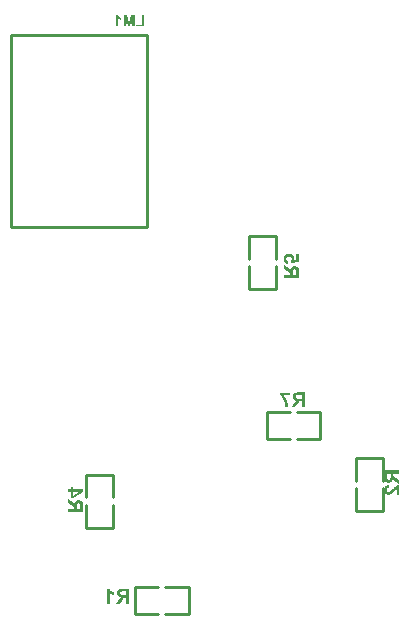
<source format=gbo>
%FSLAX44Y44*%
%MOMM*%
G71*
G01*
G75*
G04 Layer_Color=32896*
%ADD10R,1.7780X1.1430*%
%ADD11R,1.1430X1.7780*%
%ADD12R,1.0700X2.1600*%
%ADD13C,1.2700*%
%ADD14C,0.6350*%
%ADD15C,0.5080*%
%ADD16C,1.5240*%
%ADD17C,2.5000*%
%ADD18C,1.8000*%
%ADD19C,2.4000*%
%ADD20O,2.0000X1.8000*%
%ADD21C,2.0000*%
%ADD22R,1.7000X2.0000*%
%ADD23O,1.7000X2.0000*%
%ADD24R,2.0000X1.8000*%
%ADD25C,3.0000*%
%ADD26R,1.8000X1.8000*%
%ADD27O,2.5000X3.0000*%
%ADD28C,6.0000*%
%ADD29C,0.1500*%
%ADD30C,0.2540*%
%ADD31C,0.2000*%
%ADD32R,1.9812X1.3462*%
%ADD33R,1.3462X1.9812*%
%ADD34R,1.2732X2.3632*%
%ADD35C,1.7272*%
%ADD36C,2.7032*%
%ADD37C,2.0032*%
%ADD38C,2.6032*%
%ADD39O,2.2032X2.0032*%
%ADD40C,2.2032*%
%ADD41R,1.9032X2.2032*%
%ADD42O,1.9032X2.2032*%
%ADD43R,2.2032X2.0032*%
%ADD44C,3.2032*%
%ADD45R,2.0032X2.0032*%
%ADD46O,2.7032X3.2032*%
%ADD47C,6.2032*%
G36*
X64727Y139450D02*
X65000Y139274D01*
X65234Y139118D01*
X65468Y138982D01*
X65683Y138825D01*
X66034Y138591D01*
X66326Y138377D01*
X66541Y138201D01*
X66678Y138084D01*
X66775Y138006D01*
X66795Y137987D01*
X67009Y137772D01*
X67204Y137538D01*
X67399Y137304D01*
X67555Y137089D01*
X67692Y136894D01*
X67790Y136738D01*
X67848Y136641D01*
X67868Y136621D01*
Y136602D01*
X67926Y136914D01*
X67985Y137187D01*
X68063Y137460D01*
X68160Y137694D01*
X68258Y137928D01*
X68355Y138143D01*
X68453Y138318D01*
X68550Y138494D01*
X68648Y138630D01*
X68745Y138767D01*
X68843Y138864D01*
X68902Y138962D01*
X68980Y139021D01*
X69019Y139079D01*
X69038Y139118D01*
X69057D01*
X69233Y139274D01*
X69428Y139411D01*
X69818Y139606D01*
X70228Y139762D01*
X70599Y139879D01*
X70930Y139937D01*
X71067Y139957D01*
X71203D01*
X71301Y139976D01*
X71437D01*
X71847Y139957D01*
X72237Y139898D01*
X72569Y139801D01*
X72861Y139703D01*
X73115Y139586D01*
X73291Y139508D01*
X73408Y139430D01*
X73447Y139411D01*
X73759Y139177D01*
X74012Y138942D01*
X74227Y138689D01*
X74402Y138455D01*
X74539Y138240D01*
X74637Y138065D01*
X74676Y137948D01*
X74695Y137928D01*
Y137909D01*
X74754Y137733D01*
X74812Y137518D01*
X74890Y137050D01*
X74968Y136563D01*
X75007Y136075D01*
X75027Y135860D01*
Y135646D01*
Y135451D01*
X75046Y135275D01*
Y135139D01*
Y135041D01*
Y134963D01*
Y134944D01*
Y129540D01*
X62230D01*
Y132135D01*
X67575D01*
Y132642D01*
Y132954D01*
X67555Y133227D01*
X67536Y133441D01*
X67497Y133617D01*
X67477Y133754D01*
X67438Y133851D01*
X67419Y133910D01*
Y133929D01*
X67360Y134085D01*
X67282Y134222D01*
X67107Y134475D01*
X67029Y134573D01*
X66951Y134651D01*
X66912Y134690D01*
X66892Y134709D01*
X66814Y134787D01*
X66697Y134866D01*
X66424Y135080D01*
X66131Y135314D01*
X65800Y135529D01*
X65488Y135743D01*
X65371Y135841D01*
X65234Y135919D01*
X65137Y135977D01*
X65058Y136036D01*
X65019Y136055D01*
X65000Y136075D01*
X62230Y137909D01*
Y141010D01*
X64727Y139450D01*
D02*
G37*
G36*
X342900Y144442D02*
X340618D01*
Y149338D01*
X340364Y149182D01*
X340169Y149007D01*
X340071Y148948D01*
X340013Y148890D01*
X339974Y148850D01*
X339954Y148831D01*
X339876Y148753D01*
X339798Y148675D01*
X339584Y148460D01*
X339350Y148226D01*
X339116Y147973D01*
X338881Y147739D01*
X338706Y147543D01*
X338628Y147485D01*
X338569Y147427D01*
X338550Y147388D01*
X338530Y147368D01*
X338160Y146958D01*
X337828Y146627D01*
X337536Y146334D01*
X337301Y146119D01*
X337126Y145944D01*
X336989Y145827D01*
X336911Y145768D01*
X336892Y145749D01*
X336580Y145515D01*
X336287Y145300D01*
X336014Y145125D01*
X335760Y144988D01*
X335565Y144890D01*
X335409Y144812D01*
X335312Y144774D01*
X335273Y144754D01*
X334980Y144656D01*
X334668Y144578D01*
X334395Y144520D01*
X334141Y144481D01*
X333927Y144461D01*
X333751Y144442D01*
X333615D01*
X333341Y144461D01*
X333068Y144481D01*
X332581Y144617D01*
X332151Y144793D01*
X331781Y144988D01*
X331488Y145183D01*
X331352Y145281D01*
X331254Y145359D01*
X331176Y145437D01*
X331118Y145495D01*
X331098Y145515D01*
X331079Y145534D01*
X330903Y145749D01*
X330728Y145963D01*
X330591Y146217D01*
X330474Y146451D01*
X330298Y146958D01*
X330181Y147427D01*
X330123Y147661D01*
X330103Y147856D01*
X330084Y148051D01*
X330064Y148207D01*
X330045Y148343D01*
Y148441D01*
Y148499D01*
Y148519D01*
Y148831D01*
X330084Y149143D01*
X330181Y149689D01*
X330337Y150177D01*
X330415Y150392D01*
X330493Y150587D01*
X330571Y150782D01*
X330649Y150938D01*
X330728Y151074D01*
X330806Y151172D01*
X330864Y151269D01*
X330903Y151328D01*
X330923Y151367D01*
X330942Y151386D01*
X331118Y151581D01*
X331313Y151777D01*
X331527Y151933D01*
X331761Y152089D01*
X332249Y152323D01*
X332717Y152498D01*
X332951Y152576D01*
X333166Y152615D01*
X333341Y152674D01*
X333517Y152693D01*
X333654Y152732D01*
X333751D01*
X333829Y152752D01*
X333849D01*
X334083Y150314D01*
X333712Y150274D01*
X333381Y150216D01*
X333127Y150119D01*
X332912Y150040D01*
X332737Y149943D01*
X332639Y149884D01*
X332561Y149826D01*
X332542Y149806D01*
X332386Y149611D01*
X332269Y149416D01*
X332191Y149202D01*
X332132Y149007D01*
X332093Y148850D01*
X332074Y148694D01*
Y148616D01*
Y148577D01*
X332093Y148304D01*
X332151Y148051D01*
X332210Y147836D01*
X332288Y147661D01*
X332386Y147524D01*
X332444Y147427D01*
X332503Y147368D01*
X332522Y147348D01*
X332698Y147192D01*
X332912Y147095D01*
X333127Y147017D01*
X333322Y146958D01*
X333498Y146919D01*
X333654Y146900D01*
X333790D01*
X334063Y146919D01*
X334336Y146978D01*
X334590Y147056D01*
X334824Y147153D01*
X335019Y147251D01*
X335156Y147329D01*
X335253Y147388D01*
X335292Y147407D01*
X335409Y147485D01*
X335546Y147602D01*
X335682Y147739D01*
X335838Y147895D01*
X336189Y148226D01*
X336541Y148577D01*
X336853Y148909D01*
X337009Y149065D01*
X337126Y149182D01*
X337223Y149299D01*
X337321Y149377D01*
X337360Y149436D01*
X337379Y149455D01*
X337731Y149826D01*
X338062Y150177D01*
X338374Y150470D01*
X338667Y150762D01*
X338940Y151016D01*
X339194Y151230D01*
X339428Y151445D01*
X339642Y151621D01*
X339818Y151757D01*
X339993Y151894D01*
X340130Y151991D01*
X340247Y152089D01*
X340345Y152147D01*
X340403Y152186D01*
X340442Y152225D01*
X340462D01*
X340891Y152459D01*
X341320Y152635D01*
X341730Y152791D01*
X342120Y152888D01*
X342432Y152966D01*
X342568Y152986D01*
X342685Y153006D01*
X342763Y153025D01*
X342841Y153045D01*
X342900D01*
Y144442D01*
D02*
G37*
G36*
Y162505D02*
X337555D01*
Y161998D01*
Y161686D01*
X337575Y161413D01*
X337594Y161199D01*
X337633Y161023D01*
X337653Y160886D01*
X337692Y160789D01*
X337711Y160730D01*
Y160711D01*
X337770Y160555D01*
X337848Y160418D01*
X338023Y160165D01*
X338101Y160067D01*
X338179Y159989D01*
X338218Y159950D01*
X338238Y159931D01*
X338316Y159853D01*
X338433Y159775D01*
X338706Y159560D01*
X338999Y159326D01*
X339330Y159111D01*
X339642Y158897D01*
X339759Y158799D01*
X339896Y158721D01*
X339993Y158663D01*
X340071Y158604D01*
X340111Y158585D01*
X340130Y158565D01*
X342900Y156731D01*
Y153630D01*
X340403Y155190D01*
X340130Y155366D01*
X339896Y155522D01*
X339662Y155659D01*
X339447Y155815D01*
X339096Y156049D01*
X338803Y156263D01*
X338589Y156439D01*
X338452Y156556D01*
X338355Y156634D01*
X338335Y156653D01*
X338121Y156868D01*
X337926Y157102D01*
X337731Y157336D01*
X337575Y157551D01*
X337438Y157746D01*
X337340Y157902D01*
X337282Y157999D01*
X337262Y158019D01*
Y158038D01*
X337204Y157726D01*
X337145Y157453D01*
X337067Y157180D01*
X336970Y156946D01*
X336872Y156712D01*
X336775Y156497D01*
X336677Y156322D01*
X336580Y156146D01*
X336482Y156010D01*
X336385Y155873D01*
X336287Y155776D01*
X336228Y155678D01*
X336151Y155619D01*
X336111Y155561D01*
X336092Y155522D01*
X336073D01*
X335897Y155366D01*
X335702Y155229D01*
X335312Y155034D01*
X334902Y154878D01*
X334531Y154761D01*
X334200Y154703D01*
X334063Y154683D01*
X333927D01*
X333829Y154664D01*
X333693D01*
X333283Y154683D01*
X332893Y154742D01*
X332561Y154839D01*
X332269Y154937D01*
X332015Y155054D01*
X331839Y155132D01*
X331722Y155210D01*
X331683Y155229D01*
X331371Y155463D01*
X331118Y155697D01*
X330903Y155951D01*
X330728Y156185D01*
X330591Y156400D01*
X330493Y156575D01*
X330454Y156692D01*
X330435Y156712D01*
Y156731D01*
X330376Y156907D01*
X330318Y157122D01*
X330240Y157590D01*
X330162Y158077D01*
X330123Y158565D01*
X330103Y158780D01*
Y158994D01*
Y159189D01*
X330084Y159365D01*
Y159501D01*
Y159599D01*
Y159677D01*
Y159697D01*
Y165100D01*
X342900D01*
Y162505D01*
D02*
G37*
G36*
X66951Y149106D02*
X75085D01*
Y147038D01*
X66931Y141478D01*
X64805D01*
Y146726D01*
X62230D01*
Y149106D01*
X64805D01*
Y150686D01*
X66951D01*
Y149106D01*
D02*
G37*
G36*
X114300Y52070D02*
X111706D01*
Y57415D01*
X110886D01*
X110613Y57396D01*
X110399Y57376D01*
X110223Y57337D01*
X110086Y57317D01*
X109989Y57278D01*
X109930Y57259D01*
X109911D01*
X109755Y57200D01*
X109618Y57122D01*
X109365Y56947D01*
X109267Y56869D01*
X109189Y56791D01*
X109150Y56752D01*
X109131Y56732D01*
X109053Y56654D01*
X108975Y56537D01*
X108760Y56264D01*
X108526Y55971D01*
X108311Y55640D01*
X108097Y55328D01*
X107999Y55211D01*
X107921Y55074D01*
X107863Y54977D01*
X107804Y54899D01*
X107785Y54859D01*
X107765Y54840D01*
X105931Y52070D01*
X102830D01*
X104390Y54567D01*
X104566Y54840D01*
X104722Y55074D01*
X104859Y55308D01*
X105015Y55523D01*
X105249Y55874D01*
X105463Y56167D01*
X105639Y56381D01*
X105756Y56518D01*
X105834Y56615D01*
X105853Y56635D01*
X106068Y56849D01*
X106302Y57044D01*
X106536Y57239D01*
X106751Y57396D01*
X106946Y57532D01*
X107102Y57630D01*
X107199Y57688D01*
X107219Y57708D01*
X107238D01*
X106926Y57766D01*
X106653Y57825D01*
X106380Y57903D01*
X106146Y58000D01*
X105912Y58098D01*
X105697Y58195D01*
X105522Y58293D01*
X105346Y58390D01*
X105210Y58488D01*
X105073Y58585D01*
X104976Y58683D01*
X104878Y58741D01*
X104819Y58819D01*
X104761Y58858D01*
X104722Y58878D01*
Y58898D01*
X104566Y59073D01*
X104429Y59268D01*
X104234Y59658D01*
X104078Y60068D01*
X103961Y60439D01*
X103903Y60770D01*
X103883Y60907D01*
Y61043D01*
X103864Y61141D01*
Y61219D01*
Y61258D01*
Y61277D01*
X103883Y61687D01*
X103942Y62077D01*
X104039Y62409D01*
X104137Y62701D01*
X104254Y62955D01*
X104332Y63131D01*
X104410Y63248D01*
X104429Y63287D01*
X104663Y63599D01*
X104897Y63852D01*
X105151Y64067D01*
X105385Y64243D01*
X105600Y64379D01*
X105775Y64477D01*
X105892Y64516D01*
X105912Y64535D01*
X105931D01*
X106107Y64594D01*
X106322Y64652D01*
X106790Y64730D01*
X107277Y64808D01*
X107765Y64847D01*
X107980Y64867D01*
X108389D01*
X108565Y64886D01*
X114300D01*
Y52070D01*
D02*
G37*
G36*
X97816Y64496D02*
X98050Y64106D01*
X98304Y63755D01*
X98558Y63462D01*
X98811Y63209D01*
X99006Y63033D01*
X99065Y62975D01*
X99123Y62916D01*
X99162Y62896D01*
X99182Y62877D01*
X99592Y62565D01*
X99982Y62331D01*
X100333Y62116D01*
X100645Y61960D01*
X100899Y61824D01*
X101094Y61746D01*
X101172Y61726D01*
X101230Y61707D01*
X101250Y61687D01*
X101269D01*
Y59463D01*
X100606Y59717D01*
X100001Y60009D01*
X99474Y60302D01*
X99221Y60458D01*
X99006Y60614D01*
X98792Y60751D01*
X98616Y60887D01*
X98460Y61004D01*
X98324Y61102D01*
X98226Y61199D01*
X98148Y61258D01*
X98109Y61297D01*
X98090Y61316D01*
Y52070D01*
X95632D01*
Y64925D01*
X97641D01*
X97816Y64496D01*
D02*
G37*
G36*
X104652Y550485D02*
X104830Y550188D01*
X105023Y549921D01*
X105217Y549698D01*
X105410Y549505D01*
X105559Y549371D01*
X105603Y549326D01*
X105648Y549282D01*
X105677Y549267D01*
X105692Y549252D01*
X106004Y549014D01*
X106301Y548836D01*
X106569Y548672D01*
X106807Y548554D01*
X107000Y548450D01*
X107148Y548390D01*
X107208Y548375D01*
X107252Y548360D01*
X107267Y548345D01*
X107282D01*
Y546652D01*
X106777Y546845D01*
X106316Y547068D01*
X105915Y547290D01*
X105722Y547409D01*
X105559Y547528D01*
X105395Y547632D01*
X105261Y547736D01*
X105142Y547825D01*
X105038Y547900D01*
X104964Y547974D01*
X104905Y548019D01*
X104875Y548048D01*
X104860Y548063D01*
Y541020D01*
X102988D01*
Y550812D01*
X104518D01*
X104652Y550485D01*
D02*
G37*
G36*
X250522Y228779D02*
X244963D01*
X245568Y227940D01*
X246114Y227082D01*
X246582Y226243D01*
X246797Y225853D01*
X246972Y225482D01*
X247148Y225131D01*
X247304Y224819D01*
X247421Y224526D01*
X247518Y224292D01*
X247596Y224097D01*
X247674Y223941D01*
X247694Y223863D01*
X247713Y223824D01*
X247889Y223317D01*
X248064Y222810D01*
X248201Y222302D01*
X248318Y221815D01*
X248416Y221366D01*
X248513Y220917D01*
X248591Y220488D01*
X248650Y220098D01*
X248689Y219747D01*
X248728Y219415D01*
X248767Y219142D01*
X248786Y218889D01*
Y218694D01*
X248806Y218557D01*
Y218479D01*
Y218440D01*
X246445D01*
X246426Y219084D01*
X246367Y219747D01*
X246289Y220391D01*
X246231Y220683D01*
X246172Y220976D01*
X246133Y221249D01*
X246075Y221503D01*
X246036Y221717D01*
X245977Y221912D01*
X245958Y222049D01*
X245919Y222166D01*
X245899Y222244D01*
Y222263D01*
X245665Y223063D01*
X245411Y223824D01*
X245275Y224175D01*
X245138Y224507D01*
X245002Y224819D01*
X244865Y225112D01*
X244748Y225385D01*
X244631Y225619D01*
X244534Y225833D01*
X244436Y226009D01*
X244358Y226145D01*
X244300Y226262D01*
X244280Y226321D01*
X244261Y226340D01*
X244066Y226691D01*
X243851Y227023D01*
X243656Y227316D01*
X243480Y227608D01*
X243285Y227862D01*
X243110Y228116D01*
X242954Y228330D01*
X242798Y228525D01*
X242661Y228701D01*
X242525Y228857D01*
X242407Y228993D01*
X242310Y229091D01*
X242232Y229169D01*
X242173Y229247D01*
X242154Y229266D01*
X242134Y229286D01*
Y231061D01*
X250522D01*
Y228779D01*
D02*
G37*
G36*
X262890Y218440D02*
X260296D01*
Y223785D01*
X259476D01*
X259203Y223766D01*
X258989Y223746D01*
X258813Y223707D01*
X258676Y223687D01*
X258579Y223648D01*
X258520Y223629D01*
X258501D01*
X258345Y223570D01*
X258208Y223492D01*
X257955Y223317D01*
X257857Y223239D01*
X257779Y223161D01*
X257740Y223122D01*
X257721Y223102D01*
X257643Y223024D01*
X257565Y222907D01*
X257350Y222634D01*
X257116Y222341D01*
X256901Y222010D01*
X256687Y221698D01*
X256589Y221581D01*
X256511Y221444D01*
X256453Y221347D01*
X256394Y221269D01*
X256375Y221229D01*
X256355Y221210D01*
X254521Y218440D01*
X251420D01*
X252980Y220937D01*
X253156Y221210D01*
X253312Y221444D01*
X253449Y221678D01*
X253605Y221893D01*
X253839Y222244D01*
X254053Y222537D01*
X254229Y222751D01*
X254346Y222888D01*
X254424Y222985D01*
X254443Y223005D01*
X254658Y223219D01*
X254892Y223414D01*
X255126Y223609D01*
X255341Y223766D01*
X255536Y223902D01*
X255692Y224000D01*
X255789Y224058D01*
X255809Y224078D01*
X255828D01*
X255516Y224136D01*
X255243Y224195D01*
X254970Y224273D01*
X254736Y224370D01*
X254502Y224468D01*
X254287Y224565D01*
X254112Y224663D01*
X253936Y224760D01*
X253800Y224858D01*
X253663Y224955D01*
X253566Y225053D01*
X253468Y225112D01*
X253410Y225189D01*
X253351Y225229D01*
X253312Y225248D01*
Y225268D01*
X253156Y225443D01*
X253019Y225638D01*
X252824Y226028D01*
X252668Y226438D01*
X252551Y226809D01*
X252493Y227140D01*
X252473Y227277D01*
Y227413D01*
X252454Y227511D01*
Y227589D01*
Y227628D01*
Y227647D01*
X252473Y228057D01*
X252532Y228447D01*
X252629Y228779D01*
X252727Y229071D01*
X252844Y229325D01*
X252922Y229501D01*
X253000Y229618D01*
X253019Y229657D01*
X253253Y229969D01*
X253487Y230222D01*
X253741Y230437D01*
X253975Y230613D01*
X254190Y230749D01*
X254365Y230847D01*
X254482Y230886D01*
X254502Y230905D01*
X254521D01*
X254697Y230964D01*
X254912Y231022D01*
X255380Y231100D01*
X255867Y231178D01*
X256355Y231217D01*
X256570Y231237D01*
X256979D01*
X257155Y231256D01*
X262890D01*
Y218440D01*
D02*
G37*
G36*
X127000Y541020D02*
X120135D01*
Y542669D01*
X125024D01*
Y550693D01*
X127000D01*
Y541020D01*
D02*
G37*
G36*
X247607Y337570D02*
X247880Y337394D01*
X248114Y337238D01*
X248348Y337102D01*
X248563Y336945D01*
X248914Y336711D01*
X249207Y336497D01*
X249421Y336321D01*
X249558Y336204D01*
X249655Y336126D01*
X249675Y336107D01*
X249889Y335892D01*
X250084Y335658D01*
X250279Y335424D01*
X250436Y335209D01*
X250572Y335014D01*
X250670Y334858D01*
X250728Y334761D01*
X250748Y334741D01*
Y334722D01*
X250806Y335034D01*
X250865Y335307D01*
X250943Y335580D01*
X251040Y335814D01*
X251138Y336048D01*
X251235Y336263D01*
X251333Y336438D01*
X251430Y336614D01*
X251528Y336750D01*
X251625Y336887D01*
X251723Y336984D01*
X251782Y337082D01*
X251859Y337141D01*
X251898Y337199D01*
X251918Y337238D01*
X251938D01*
X252113Y337394D01*
X252308Y337531D01*
X252698Y337726D01*
X253108Y337882D01*
X253479Y337999D01*
X253810Y338057D01*
X253947Y338077D01*
X254083D01*
X254181Y338096D01*
X254317D01*
X254727Y338077D01*
X255117Y338018D01*
X255449Y337921D01*
X255741Y337823D01*
X255995Y337706D01*
X256171Y337628D01*
X256288Y337550D01*
X256327Y337531D01*
X256639Y337297D01*
X256892Y337062D01*
X257107Y336809D01*
X257283Y336575D01*
X257419Y336360D01*
X257517Y336185D01*
X257556Y336068D01*
X257575Y336048D01*
Y336029D01*
X257634Y335853D01*
X257692Y335638D01*
X257770Y335170D01*
X257848Y334683D01*
X257887Y334195D01*
X257907Y333980D01*
Y333766D01*
Y333571D01*
X257926Y333395D01*
Y333259D01*
Y333161D01*
Y333083D01*
Y333064D01*
Y327660D01*
X245110D01*
Y330255D01*
X250455D01*
Y330762D01*
Y331074D01*
X250436Y331347D01*
X250416Y331561D01*
X250377Y331737D01*
X250357Y331874D01*
X250318Y331971D01*
X250299Y332030D01*
Y332049D01*
X250240Y332205D01*
X250162Y332342D01*
X249987Y332595D01*
X249909Y332693D01*
X249831Y332771D01*
X249792Y332810D01*
X249772Y332829D01*
X249694Y332907D01*
X249577Y332985D01*
X249304Y333200D01*
X249011Y333434D01*
X248680Y333649D01*
X248368Y333863D01*
X248251Y333961D01*
X248114Y334039D01*
X248017Y334097D01*
X247938Y334156D01*
X247899Y334175D01*
X247880Y334195D01*
X245110Y336029D01*
Y339130D01*
X247607Y337570D01*
D02*
G37*
G36*
X118753Y541020D02*
X116926D01*
Y548702D01*
X114994Y541020D01*
X113107D01*
X111175Y548702D01*
X111160Y541020D01*
X109333D01*
Y550782D01*
X112304D01*
X114043Y544111D01*
X115811Y550782D01*
X118753D01*
Y541020D01*
D02*
G37*
G36*
X249733Y348650D02*
X250065Y348611D01*
X250377Y348572D01*
X250670Y348494D01*
X250943Y348396D01*
X251196Y348299D01*
X251430Y348201D01*
X251645Y348103D01*
X251840Y347986D01*
X252015Y347889D01*
X252152Y347791D01*
X252269Y347694D01*
X252367Y347616D01*
X252425Y347577D01*
X252464Y347538D01*
X252484Y347518D01*
X252698Y347304D01*
X252874Y347070D01*
X253030Y346836D01*
X253167Y346601D01*
X253284Y346367D01*
X253381Y346153D01*
X253518Y345704D01*
X253576Y345509D01*
X253615Y345334D01*
X253635Y345158D01*
X253654Y345021D01*
X253674Y344904D01*
Y344826D01*
Y344768D01*
Y344748D01*
X253654Y344436D01*
X253615Y344124D01*
X253537Y343831D01*
X253479Y343597D01*
X253401Y343383D01*
X253323Y343207D01*
X253284Y343110D01*
X253264Y343071D01*
X255429Y343461D01*
Y348103D01*
X257731D01*
Y341608D01*
X251060Y340359D01*
X250787Y342329D01*
X250943Y342486D01*
X251099Y342661D01*
X251333Y342973D01*
X251489Y343305D01*
X251606Y343597D01*
X251684Y343851D01*
X251703Y344066D01*
X251723Y344144D01*
Y344202D01*
Y344222D01*
Y344241D01*
X251703Y344534D01*
X251625Y344807D01*
X251528Y345041D01*
X251430Y345236D01*
X251313Y345392D01*
X251216Y345509D01*
X251138Y345587D01*
X251118Y345607D01*
X250884Y345782D01*
X250592Y345919D01*
X250299Y346016D01*
X250006Y346094D01*
X249753Y346133D01*
X249538Y346153D01*
X249343D01*
X248914Y346133D01*
X248524Y346075D01*
X248212Y345977D01*
X247938Y345880D01*
X247743Y345782D01*
X247587Y345685D01*
X247509Y345626D01*
X247470Y345607D01*
X247256Y345392D01*
X247119Y345177D01*
X247002Y344963D01*
X246924Y344748D01*
X246885Y344573D01*
X246866Y344436D01*
X246846Y344339D01*
Y344300D01*
X246866Y344066D01*
X246924Y343831D01*
X247002Y343636D01*
X247080Y343461D01*
X247158Y343305D01*
X247236Y343207D01*
X247295Y343129D01*
X247314Y343110D01*
X247509Y342934D01*
X247724Y342798D01*
X247958Y342700D01*
X248153Y342622D01*
X248348Y342564D01*
X248504Y342524D01*
X248602Y342505D01*
X248641D01*
X248387Y340067D01*
X248095Y340125D01*
X247822Y340184D01*
X247295Y340359D01*
X246866Y340574D01*
X246495Y340808D01*
X246339Y340925D01*
X246202Y341022D01*
X246085Y341120D01*
X245988Y341217D01*
X245910Y341296D01*
X245851Y341354D01*
X245832Y341374D01*
X245812Y341393D01*
X245656Y341608D01*
X245500Y341842D01*
X245266Y342310D01*
X245110Y342798D01*
X244993Y343246D01*
X244954Y343461D01*
X244934Y343656D01*
X244895Y343831D01*
Y343988D01*
X244876Y344105D01*
Y344202D01*
Y344261D01*
Y344280D01*
X244895Y344690D01*
X244954Y345060D01*
X245032Y345431D01*
X245130Y345763D01*
X245266Y346075D01*
X245403Y346348D01*
X245559Y346621D01*
X245715Y346855D01*
X245871Y347050D01*
X246027Y347245D01*
X246163Y347401D01*
X246300Y347518D01*
X246397Y347616D01*
X246476Y347694D01*
X246534Y347733D01*
X246553Y347752D01*
X246788Y347909D01*
X247041Y348064D01*
X247529Y348279D01*
X247997Y348455D01*
X248446Y348552D01*
X248641Y348591D01*
X248816Y348630D01*
X248972Y348650D01*
X249109D01*
X249226Y348669D01*
X249382D01*
X249733Y348650D01*
D02*
G37*
%LPC*%
G36*
X71398Y137304D02*
X71281D01*
X71067Y137284D01*
X70891Y137265D01*
X70716Y137226D01*
X70579Y137167D01*
X70462Y137109D01*
X70384Y137070D01*
X70325Y137050D01*
X70306Y137031D01*
X70169Y136933D01*
X70072Y136816D01*
X69896Y136582D01*
X69857Y136465D01*
X69818Y136387D01*
X69779Y136328D01*
Y136309D01*
X69760Y136212D01*
X69721Y136075D01*
X69701Y135938D01*
X69682Y135763D01*
X69662Y135392D01*
X69643Y135002D01*
X69623Y134631D01*
Y134475D01*
Y134319D01*
Y134202D01*
Y134105D01*
Y134046D01*
Y134027D01*
Y132135D01*
X72881D01*
Y134124D01*
Y134397D01*
Y134651D01*
Y134885D01*
Y135080D01*
X72861Y135256D01*
Y135412D01*
Y135529D01*
Y135646D01*
X72842Y135821D01*
Y135919D01*
X72822Y135977D01*
Y135997D01*
X72764Y136212D01*
X72705Y136406D01*
X72627Y136563D01*
X72530Y136699D01*
X72452Y136816D01*
X72374Y136894D01*
X72335Y136933D01*
X72315Y136953D01*
X72159Y137070D01*
X71984Y137148D01*
X71808Y137226D01*
X71652Y137265D01*
X71515Y137284D01*
X71398Y137304D01*
D02*
G37*
G36*
X254278Y335424D02*
X254161D01*
X253947Y335404D01*
X253771Y335385D01*
X253596Y335346D01*
X253459Y335287D01*
X253342Y335229D01*
X253264Y335190D01*
X253206Y335170D01*
X253186Y335151D01*
X253049Y335053D01*
X252952Y334936D01*
X252776Y334702D01*
X252737Y334585D01*
X252698Y334507D01*
X252659Y334449D01*
Y334429D01*
X252640Y334332D01*
X252601Y334195D01*
X252581Y334058D01*
X252562Y333883D01*
X252542Y333512D01*
X252523Y333122D01*
X252503Y332751D01*
Y332595D01*
Y332439D01*
Y332322D01*
Y332225D01*
Y332166D01*
Y332147D01*
Y330255D01*
X255761D01*
Y332244D01*
Y332517D01*
Y332771D01*
Y333005D01*
Y333200D01*
X255741Y333376D01*
Y333532D01*
Y333649D01*
Y333766D01*
X255722Y333941D01*
Y334039D01*
X255702Y334097D01*
Y334117D01*
X255644Y334332D01*
X255585Y334526D01*
X255507Y334683D01*
X255410Y334819D01*
X255332Y334936D01*
X255254Y335014D01*
X255215Y335053D01*
X255195Y335073D01*
X255039Y335190D01*
X254864Y335268D01*
X254688Y335346D01*
X254532Y335385D01*
X254395Y335404D01*
X254278Y335424D01*
D02*
G37*
G36*
X260296Y229091D02*
X257350D01*
X257174Y229071D01*
X256784D01*
X256609Y229052D01*
X256511D01*
X256453Y229032D01*
X256433D01*
X256218Y228974D01*
X256024Y228915D01*
X255867Y228837D01*
X255731Y228740D01*
X255614Y228662D01*
X255536Y228584D01*
X255497Y228545D01*
X255477Y228525D01*
X255360Y228369D01*
X255282Y228194D01*
X255204Y228018D01*
X255165Y227862D01*
X255146Y227725D01*
X255126Y227608D01*
Y227511D01*
Y227491D01*
X255146Y227277D01*
X255165Y227101D01*
X255204Y226926D01*
X255263Y226789D01*
X255321Y226672D01*
X255360Y226594D01*
X255380Y226535D01*
X255399Y226516D01*
X255497Y226379D01*
X255614Y226282D01*
X255848Y226106D01*
X255965Y226067D01*
X256043Y226028D01*
X256101Y225989D01*
X256121D01*
X256218Y225970D01*
X256355Y225931D01*
X256492Y225911D01*
X256667Y225892D01*
X257038Y225872D01*
X257428Y225853D01*
X257799Y225833D01*
X260296D01*
Y229091D01*
D02*
G37*
G36*
X335507Y162505D02*
X332249D01*
Y160516D01*
Y160243D01*
Y159989D01*
Y159755D01*
Y159560D01*
X332269Y159384D01*
Y159228D01*
Y159111D01*
Y158994D01*
X332288Y158819D01*
Y158721D01*
X332308Y158663D01*
Y158643D01*
X332366Y158428D01*
X332425Y158233D01*
X332503Y158077D01*
X332600Y157941D01*
X332678Y157824D01*
X332756Y157746D01*
X332795Y157707D01*
X332815Y157687D01*
X332971Y157570D01*
X333146Y157492D01*
X333322Y157414D01*
X333478Y157375D01*
X333615Y157356D01*
X333732Y157336D01*
X333849D01*
X334063Y157356D01*
X334239Y157375D01*
X334414Y157414D01*
X334551Y157473D01*
X334668Y157531D01*
X334746Y157570D01*
X334804Y157590D01*
X334824Y157609D01*
X334961Y157707D01*
X335058Y157824D01*
X335234Y158058D01*
X335273Y158175D01*
X335312Y158253D01*
X335351Y158312D01*
Y158331D01*
X335370Y158428D01*
X335409Y158565D01*
X335429Y158702D01*
X335448Y158877D01*
X335468Y159248D01*
X335487Y159638D01*
X335507Y160009D01*
Y160165D01*
Y160321D01*
Y160438D01*
Y160535D01*
Y160594D01*
Y160613D01*
Y162505D01*
D02*
G37*
G36*
X71340Y146726D02*
X66951D01*
Y143761D01*
X71340Y146726D01*
D02*
G37*
G36*
X111706Y62721D02*
X108760D01*
X108584Y62701D01*
X108194D01*
X108019Y62682D01*
X107921D01*
X107863Y62662D01*
X107843D01*
X107628Y62604D01*
X107434Y62545D01*
X107277Y62467D01*
X107141Y62370D01*
X107024Y62292D01*
X106946Y62214D01*
X106907Y62175D01*
X106887Y62155D01*
X106770Y61999D01*
X106692Y61824D01*
X106614Y61648D01*
X106575Y61492D01*
X106556Y61355D01*
X106536Y61238D01*
Y61141D01*
Y61121D01*
X106556Y60907D01*
X106575Y60731D01*
X106614Y60556D01*
X106673Y60419D01*
X106731Y60302D01*
X106770Y60224D01*
X106790Y60166D01*
X106809Y60146D01*
X106907Y60009D01*
X107024Y59912D01*
X107258Y59736D01*
X107375Y59697D01*
X107453Y59658D01*
X107512Y59619D01*
X107531D01*
X107628Y59600D01*
X107765Y59561D01*
X107902Y59541D01*
X108077Y59522D01*
X108448Y59502D01*
X108838Y59483D01*
X109209Y59463D01*
X111706D01*
Y62721D01*
D02*
G37*
%LPD*%
D30*
X77470Y142240D02*
Y161290D01*
X100330D01*
Y142240D02*
Y161290D01*
X77470Y116205D02*
Y135890D01*
Y116205D02*
X100330D01*
Y135890D01*
X119380Y43180D02*
X138430D01*
X119380D02*
Y66040D01*
X138430D01*
X144780Y43180D02*
X164465D01*
Y66040D01*
X144780D02*
X164465D01*
X328930Y130810D02*
Y149860D01*
X306070Y130810D02*
X328930D01*
X306070D02*
Y149860D01*
X328930Y156210D02*
Y175895D01*
X306070D02*
X328930D01*
X306070Y156210D02*
Y175895D01*
X256540Y214630D02*
X275590D01*
Y191770D02*
Y214630D01*
X256540Y191770D02*
X275590D01*
X230505Y214630D02*
X250190D01*
X230505Y191770D02*
Y214630D01*
Y191770D02*
X250190D01*
X238760Y318770D02*
Y337820D01*
X215900Y318770D02*
X238760D01*
X215900D02*
Y337820D01*
X238760Y344170D02*
Y363855D01*
X215900D02*
X238760D01*
X215900Y344170D02*
Y363855D01*
X14288Y370840D02*
X127317D01*
X14288D02*
Y533400D01*
X129222D01*
Y370840D02*
Y533400D01*
X127317Y370840D02*
X129222D01*
M02*

</source>
